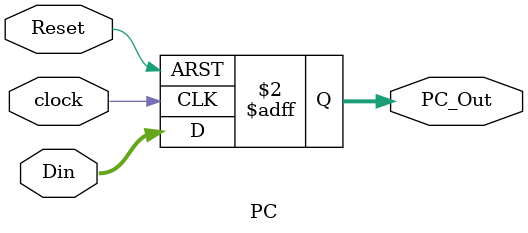
<source format=v>
`timescale 1ns / 1ps

module PC(
    input clock,
    input Reset,
    input [31:0] Din,
    output reg [31:0] PC_Out
    );
    always@(posedge clock, posedge Reset)begin
        if (Reset) PC_Out <= 32'b0;
        else PC_Out <= Din;
    end   
endmodule

</source>
